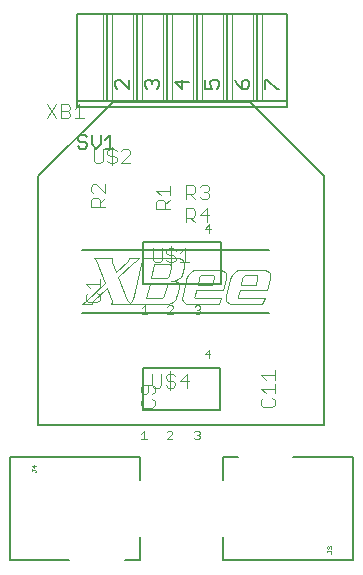
<source format=gto>
G75*
G70*
%OFA0B0*%
%FSLAX24Y24*%
%IPPOS*%
%LPD*%
%AMOC8*
5,1,8,0,0,1.08239X$1,22.5*
%
%ADD10C,0.0040*%
%ADD11C,0.0080*%
%ADD12C,0.0060*%
%ADD13C,0.0010*%
%ADD14C,0.0020*%
%ADD15C,0.0050*%
D10*
X006166Y005041D02*
X006353Y005041D01*
X006260Y005041D02*
X006260Y005321D01*
X006166Y005228D01*
X006232Y006088D02*
X006539Y006088D01*
X006616Y006164D01*
X006616Y006318D01*
X006539Y006395D01*
X006539Y006548D02*
X006616Y006625D01*
X006616Y006778D01*
X006539Y006855D01*
X006232Y006855D01*
X006155Y006778D01*
X006155Y006625D01*
X006232Y006548D01*
X006309Y006548D01*
X006385Y006625D01*
X006385Y006855D01*
X006526Y006837D02*
X006602Y006761D01*
X006756Y006761D01*
X006833Y006837D01*
X006833Y007221D01*
X006986Y007144D02*
X007063Y007221D01*
X007216Y007221D01*
X007293Y007144D01*
X007216Y006991D02*
X007063Y006991D01*
X006986Y007068D01*
X006986Y007144D01*
X007139Y007298D02*
X007139Y006684D01*
X007063Y006761D02*
X007216Y006761D01*
X007293Y006837D01*
X007293Y006914D01*
X007216Y006991D01*
X007446Y006991D02*
X007753Y006991D01*
X007677Y007221D02*
X007446Y006991D01*
X007677Y006761D02*
X007677Y007221D01*
X007063Y006761D02*
X006986Y006837D01*
X006526Y006837D02*
X006526Y007221D01*
X006232Y006395D02*
X006155Y006318D01*
X006155Y006164D01*
X006232Y006088D01*
X007018Y005271D02*
X007064Y005317D01*
X007158Y005317D01*
X007204Y005271D01*
X007204Y005224D01*
X007018Y005037D01*
X007204Y005037D01*
X007928Y005087D02*
X007974Y005041D01*
X008068Y005041D01*
X008114Y005087D01*
X008114Y005134D01*
X008068Y005181D01*
X008021Y005181D01*
X008068Y005181D02*
X008114Y005228D01*
X008114Y005274D01*
X008068Y005321D01*
X007974Y005321D01*
X007928Y005274D01*
X008416Y007741D02*
X008416Y008021D01*
X008276Y007881D01*
X008462Y007881D01*
X008088Y009221D02*
X007994Y009221D01*
X007948Y009267D01*
X008041Y009361D02*
X008088Y009361D01*
X008134Y009314D01*
X008134Y009267D01*
X008088Y009221D01*
X008088Y009361D02*
X008134Y009408D01*
X008134Y009454D01*
X008088Y009501D01*
X007994Y009501D01*
X007948Y009454D01*
X007665Y009557D02*
X007621Y009568D01*
X007577Y009601D01*
X007549Y009640D01*
X007533Y009700D01*
X007533Y009755D01*
X007544Y009842D01*
X007654Y010330D01*
X007670Y010391D01*
X007736Y010522D01*
X007785Y010594D01*
X007873Y010648D01*
X007939Y010670D01*
X007972Y010676D01*
X008832Y010676D01*
X008893Y010654D01*
X008964Y010599D01*
X008986Y010577D01*
X008986Y010385D01*
X008893Y010007D01*
X007994Y010007D01*
X007950Y009821D01*
X007939Y009788D01*
X007944Y009749D01*
X007966Y009733D01*
X008756Y009733D01*
X008827Y009744D01*
X008750Y009557D01*
X007665Y009557D01*
X007325Y009782D02*
X007363Y009842D01*
X007423Y010084D01*
X007423Y010232D01*
X007418Y010243D01*
X007303Y010298D01*
X007144Y010319D01*
X007253Y010319D01*
X007341Y010341D01*
X007407Y010369D01*
X007489Y010451D01*
X007511Y010506D01*
X007577Y010780D01*
X007593Y010824D01*
X007593Y010917D01*
X007571Y010972D01*
X007539Y011032D01*
X007495Y011060D01*
X007429Y011076D01*
X006184Y011076D01*
X006184Y010966D01*
X006162Y010868D01*
X006020Y010287D01*
X005943Y009974D01*
X005877Y009727D01*
X005834Y009596D01*
X005801Y009563D01*
X005784Y009563D01*
X005696Y009684D01*
X005389Y010440D01*
X005905Y010923D01*
X005982Y010988D01*
X006036Y011027D01*
X006108Y011076D01*
X005762Y011076D01*
X005757Y011054D01*
X005740Y011021D01*
X005718Y010994D01*
X005329Y010610D01*
X005192Y010955D01*
X005192Y010983D01*
X005176Y011010D01*
X005192Y011043D01*
X005192Y011076D01*
X004589Y011076D01*
X004649Y011016D01*
X004962Y010254D01*
X004326Y009656D01*
X004189Y009557D01*
X004512Y009557D01*
X004562Y009645D01*
X005017Y010089D01*
X005192Y009656D01*
X005192Y009618D01*
X005159Y009557D01*
X007062Y009557D01*
X007166Y009590D01*
X007232Y009623D01*
X007314Y009716D01*
X007325Y009782D01*
X007178Y009497D02*
X007084Y009497D01*
X007038Y009451D01*
X007178Y009497D02*
X007224Y009451D01*
X007224Y009404D01*
X007038Y009217D01*
X007224Y009217D01*
X006875Y009755D02*
X006853Y009744D01*
X006321Y009744D01*
X006448Y010226D01*
X006946Y010226D01*
X006990Y010210D01*
X007018Y010171D01*
X007018Y010155D01*
X006935Y009832D01*
X006914Y009799D01*
X006875Y009755D01*
X007034Y010424D02*
X006486Y010424D01*
X006601Y010890D01*
X007105Y010890D01*
X007155Y010862D01*
X007160Y010774D01*
X007084Y010484D01*
X007067Y010446D01*
X007034Y010424D01*
X007159Y010864D02*
X007159Y011478D01*
X007083Y011401D02*
X007006Y011324D01*
X007006Y011248D01*
X007083Y011171D01*
X007236Y011171D01*
X007313Y011094D01*
X007313Y011017D01*
X007236Y010941D01*
X007083Y010941D01*
X007006Y011017D01*
X006853Y011017D02*
X006853Y011401D01*
X007083Y011401D02*
X007236Y011401D01*
X007313Y011324D01*
X007466Y011248D02*
X007620Y011401D01*
X007620Y010941D01*
X007773Y010941D02*
X007466Y010941D01*
X006853Y011017D02*
X006776Y010941D01*
X006622Y010941D01*
X006546Y011017D01*
X006546Y011401D01*
X006655Y012710D02*
X006655Y012940D01*
X006732Y013017D01*
X006886Y013017D01*
X006962Y012940D01*
X006962Y012710D01*
X006962Y012863D02*
X007116Y013017D01*
X007116Y013170D02*
X007116Y013477D01*
X007116Y013324D02*
X006655Y013324D01*
X006809Y013170D01*
X006655Y012710D02*
X007116Y012710D01*
X007655Y012731D02*
X007655Y012271D01*
X007655Y012424D02*
X007885Y012424D01*
X007962Y012501D01*
X007962Y012654D01*
X007885Y012731D01*
X007655Y012731D01*
X007808Y012424D02*
X007962Y012271D01*
X008115Y012501D02*
X008422Y012501D01*
X008345Y012271D02*
X008345Y012731D01*
X008115Y012501D01*
X008436Y012201D02*
X008296Y012061D01*
X008482Y012061D01*
X008436Y011921D02*
X008436Y012201D01*
X008345Y013051D02*
X008192Y013051D01*
X008115Y013127D01*
X007962Y013051D02*
X007808Y013204D01*
X007885Y013204D02*
X007655Y013204D01*
X007655Y013051D02*
X007655Y013511D01*
X007885Y013511D01*
X007962Y013434D01*
X007962Y013281D01*
X007885Y013204D01*
X008115Y013434D02*
X008192Y013511D01*
X008345Y013511D01*
X008422Y013434D01*
X008422Y013358D01*
X008345Y013281D01*
X008422Y013204D01*
X008422Y013127D01*
X008345Y013051D01*
X008345Y013281D02*
X008269Y013281D01*
X009331Y010648D02*
X009397Y010670D01*
X009430Y010676D01*
X010291Y010676D01*
X010351Y010654D01*
X010422Y010599D01*
X010444Y010577D01*
X010444Y010385D01*
X010351Y010007D01*
X009452Y010007D01*
X009408Y009821D01*
X009397Y009788D01*
X009402Y009749D01*
X009424Y009733D01*
X010214Y009733D01*
X010285Y009744D01*
X010208Y009557D01*
X009123Y009557D01*
X009079Y009568D01*
X009035Y009601D01*
X009008Y009640D01*
X008991Y009700D01*
X008991Y009755D01*
X009002Y009842D01*
X009112Y010330D01*
X009128Y010391D01*
X009194Y010522D01*
X009244Y010594D01*
X009331Y010648D01*
X009578Y010489D02*
X009611Y010506D01*
X010000Y010506D01*
X010022Y010500D01*
X010038Y010484D01*
X010038Y010413D01*
X009978Y010177D01*
X009507Y010177D01*
X009501Y010182D01*
X009540Y010407D01*
X009556Y010451D01*
X009578Y010489D01*
X008580Y010484D02*
X008580Y010413D01*
X008520Y010177D01*
X008048Y010177D01*
X008043Y010182D01*
X008081Y010407D01*
X008098Y010451D01*
X008120Y010489D01*
X008153Y010506D01*
X008542Y010506D01*
X008564Y010500D01*
X008580Y010484D01*
X006373Y009221D02*
X006186Y009221D01*
X006280Y009221D02*
X006280Y009501D01*
X006186Y009408D01*
X004776Y009690D02*
X004699Y009613D01*
X004392Y009613D01*
X004315Y009690D01*
X004315Y009843D01*
X004392Y009920D01*
X004469Y010073D02*
X004315Y010227D01*
X004776Y010227D01*
X004776Y010380D02*
X004776Y010073D01*
X004699Y009920D02*
X004776Y009843D01*
X004776Y009690D01*
X004802Y012770D02*
X004802Y013000D01*
X004726Y013077D01*
X004572Y013077D01*
X004495Y013000D01*
X004495Y012770D01*
X004956Y012770D01*
X004802Y012923D02*
X004956Y013077D01*
X004956Y013230D02*
X004649Y013537D01*
X004572Y013537D01*
X004495Y013461D01*
X004495Y013307D01*
X004572Y013230D01*
X004956Y013230D02*
X004956Y013537D01*
X005189Y014174D02*
X005189Y014788D01*
X005113Y014711D02*
X005266Y014711D01*
X005343Y014634D01*
X005496Y014634D02*
X005573Y014711D01*
X005727Y014711D01*
X005803Y014634D01*
X005803Y014558D01*
X005496Y014251D01*
X005803Y014251D01*
X005343Y014327D02*
X005266Y014251D01*
X005113Y014251D01*
X005036Y014327D01*
X004883Y014327D02*
X004806Y014251D01*
X004652Y014251D01*
X004576Y014327D01*
X004576Y014711D01*
X004883Y014711D02*
X004883Y014327D01*
X005113Y014481D02*
X005036Y014558D01*
X005036Y014634D01*
X005113Y014711D01*
X005113Y014481D02*
X005266Y014481D01*
X005343Y014404D01*
X005343Y014327D01*
X004253Y015741D02*
X003946Y015741D01*
X004100Y015741D02*
X004100Y016201D01*
X003946Y016048D01*
X003793Y016048D02*
X003793Y016124D01*
X003716Y016201D01*
X003486Y016201D01*
X003486Y015741D01*
X003716Y015741D01*
X003793Y015817D01*
X003793Y015894D01*
X003716Y015971D01*
X003486Y015971D01*
X003716Y015971D02*
X003793Y016048D01*
X003333Y016201D02*
X003026Y015741D01*
X003333Y015741D02*
X003026Y016201D01*
X010155Y007181D02*
X010616Y007181D01*
X010616Y007028D02*
X010616Y007335D01*
X010309Y007028D02*
X010155Y007181D01*
X010155Y006721D02*
X010616Y006721D01*
X010616Y006568D02*
X010616Y006875D01*
X010309Y006568D02*
X010155Y006721D01*
X010232Y006414D02*
X010155Y006338D01*
X010155Y006184D01*
X010232Y006107D01*
X010539Y006107D01*
X010616Y006184D01*
X010616Y006338D01*
X010539Y006414D01*
D11*
X001787Y004432D02*
X001787Y001009D01*
X003773Y001009D01*
X005624Y001009D02*
X006119Y001009D01*
X006119Y001776D01*
X006119Y003666D02*
X006119Y004432D01*
X001787Y004432D01*
X002742Y005506D02*
X012269Y005506D01*
X012269Y013803D01*
X009779Y016294D01*
X005232Y016294D01*
X002742Y013803D01*
X002742Y005506D01*
X006216Y006021D02*
X006216Y007421D01*
X008796Y007421D01*
X008796Y006021D01*
X006216Y006021D01*
X008892Y004432D02*
X008892Y003666D01*
X008892Y004432D02*
X009388Y004432D01*
X011238Y004432D02*
X013225Y004432D01*
X013225Y001009D01*
X008892Y001009D01*
X008892Y001776D01*
X008816Y010201D02*
X006236Y010201D01*
X006236Y011601D01*
X008816Y011601D01*
X008816Y010201D01*
D12*
X010433Y009261D02*
X004205Y009261D01*
X004205Y011350D02*
X010433Y011350D01*
X011026Y016101D02*
X011026Y016301D01*
X010176Y016301D01*
X010026Y016301D01*
X009876Y016301D01*
X009176Y016301D01*
X009026Y016301D01*
X008876Y016301D01*
X008176Y016301D01*
X008026Y016301D01*
X008026Y019201D01*
X008176Y019201D01*
X008876Y019201D01*
X009026Y019201D01*
X009176Y019201D01*
X009876Y019201D01*
X010026Y019201D01*
X010176Y019201D01*
X011026Y019201D01*
X011026Y016301D01*
X011026Y016101D02*
X004026Y016101D01*
X004026Y016301D01*
X004876Y016301D01*
X005026Y016301D01*
X005026Y019201D01*
X005176Y019201D01*
X005876Y019201D01*
X006026Y019201D01*
X006026Y016301D01*
X006176Y016301D01*
X006876Y016301D01*
X007026Y016301D01*
X007026Y019201D01*
X007176Y019201D01*
X007876Y019201D01*
X008026Y019201D01*
X009026Y019201D02*
X009026Y016301D01*
X010026Y016301D02*
X010026Y019201D01*
X008026Y016301D02*
X007876Y016301D01*
X007176Y016301D01*
X007026Y016301D01*
X006026Y016301D02*
X005876Y016301D01*
X005176Y016301D01*
X005026Y016301D01*
X004026Y016301D02*
X004026Y019201D01*
X004876Y019201D01*
X005026Y019201D01*
X006026Y019201D02*
X006176Y019201D01*
X006876Y019201D01*
X007026Y019201D01*
D13*
X002586Y004179D02*
X002586Y004078D01*
X002511Y004154D01*
X002661Y004154D01*
X002636Y004006D02*
X002511Y004006D01*
X002511Y003981D02*
X002511Y004031D01*
X002636Y004006D02*
X002661Y003981D01*
X002661Y003956D01*
X002636Y003931D01*
X012351Y001448D02*
X012376Y001473D01*
X012401Y001473D01*
X012426Y001448D01*
X012451Y001473D01*
X012476Y001473D01*
X012501Y001448D01*
X012501Y001398D01*
X012476Y001373D01*
X012426Y001423D02*
X012426Y001448D01*
X012351Y001448D02*
X012351Y001398D01*
X012376Y001373D01*
X012351Y001326D02*
X012351Y001276D01*
X012351Y001301D02*
X012476Y001301D01*
X012501Y001276D01*
X012501Y001251D01*
X012476Y001226D01*
D14*
X010176Y016301D02*
X010176Y019201D01*
X009876Y019201D02*
X009876Y016301D01*
X009176Y016301D02*
X009176Y019201D01*
X008876Y019201D02*
X008876Y016301D01*
X008176Y016301D02*
X008176Y019201D01*
X007876Y019201D02*
X007876Y016301D01*
X007176Y016301D02*
X007176Y019201D01*
X006876Y019201D02*
X006876Y016301D01*
X006176Y016301D02*
X006176Y019201D01*
X005876Y019201D02*
X005876Y016301D01*
X005176Y016301D02*
X005176Y019201D01*
X004876Y019201D02*
X004876Y016301D01*
D15*
X005300Y016801D02*
X005375Y016726D01*
X005300Y016801D02*
X005300Y016951D01*
X005375Y017026D01*
X005450Y017026D01*
X005751Y016726D01*
X005751Y017026D01*
X006300Y016951D02*
X006300Y016801D01*
X006375Y016726D01*
X006526Y016876D02*
X006526Y016951D01*
X006601Y017026D01*
X006676Y017026D01*
X006751Y016951D01*
X006751Y016801D01*
X006676Y016726D01*
X006526Y016951D02*
X006450Y017026D01*
X006375Y017026D01*
X006300Y016951D01*
X007300Y016951D02*
X007526Y016726D01*
X007526Y017026D01*
X007751Y016951D02*
X007300Y016951D01*
X008300Y017026D02*
X008300Y016726D01*
X008526Y016726D01*
X008450Y016876D01*
X008450Y016951D01*
X008526Y017026D01*
X008676Y017026D01*
X008751Y016951D01*
X008751Y016801D01*
X008676Y016726D01*
X009300Y017026D02*
X009375Y016876D01*
X009526Y016726D01*
X009526Y016951D01*
X009601Y017026D01*
X009676Y017026D01*
X009751Y016951D01*
X009751Y016801D01*
X009676Y016726D01*
X009526Y016726D01*
X010300Y016726D02*
X010300Y017026D01*
X010375Y017026D01*
X010676Y016726D01*
X010751Y016726D01*
X005272Y014726D02*
X004971Y014726D01*
X005121Y014726D02*
X005121Y015176D01*
X004971Y015026D01*
X004811Y014876D02*
X004811Y015176D01*
X004511Y015176D02*
X004511Y014876D01*
X004661Y014726D01*
X004811Y014876D01*
X004351Y014876D02*
X004351Y014801D01*
X004276Y014726D01*
X004126Y014726D01*
X004051Y014801D01*
X004126Y014951D02*
X004051Y015026D01*
X004051Y015101D01*
X004126Y015176D01*
X004276Y015176D01*
X004351Y015101D01*
X004276Y014951D02*
X004126Y014951D01*
X004276Y014951D02*
X004351Y014876D01*
M02*

</source>
